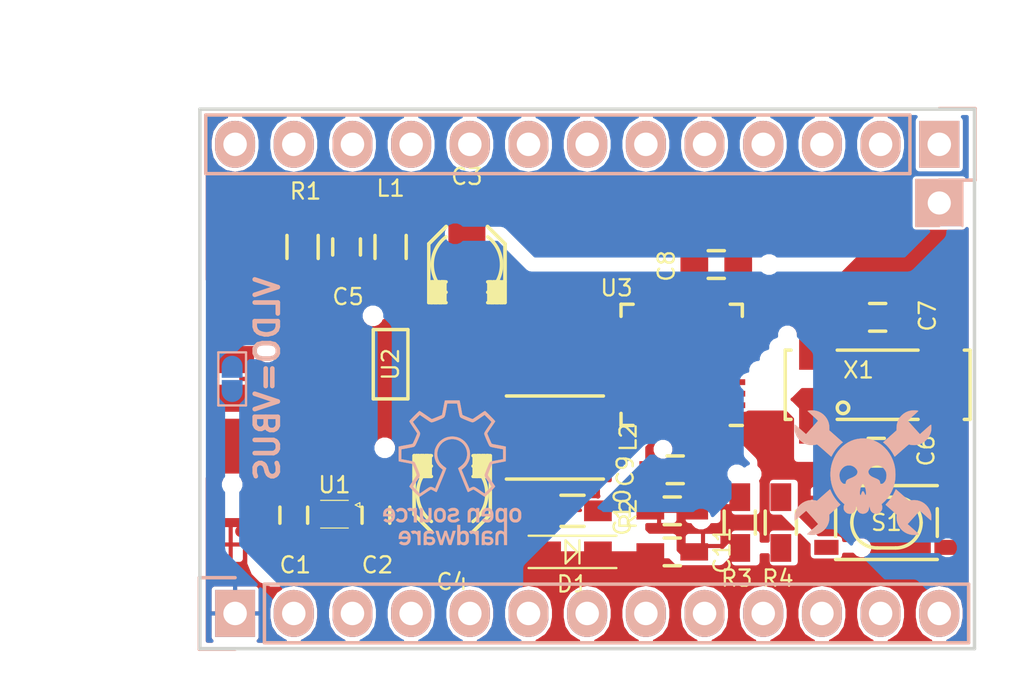
<source format=kicad_pcb>
(kicad_pcb (version 4) (host pcbnew 4.0.1-2.201512121406+6195~38~ubuntu15.10.1-stable)
  (layers (0 F.Cu signal) (31 B.Cu signal) (34 B.Paste user) (35 F.Paste user) (36 B.SilkS user hide) (37 F.SilkS user) (38 B.Mask user) (39 F.Mask user) (44 Edge.Cuts user))
  (net 0 "")
  (net 1 GND)
  (net 2 XIN32)
  (net 3 XOUT32)
  (net 4 !RESET)
  (net 5 "Net-(P1-Pad2)")
  (net 6 "Net-(P1-Pad3)")
  (net 7 PA28)
  (net 8 "Net-(R4-Pad2)")
  (net 9 PA02/A)
  (net 10 PA03/A)
  (net 11 PA04/A)
  (net 12 PA05/A)
  (net 13 PA06/A)
  (net 14 PA07/A)
  (net 15 PA08)
  (net 16 PA09)
  (net 17 PA10)
  (net 18 PA11)
  (net 19 PA14)
  (net 20 PA15)
  (net 21 PA16)
  (net 22 PA17)
  (net 23 PA18)
  (net 24 PA19)
  (net 25 PA22)
  (net 26 PA23)
  (net 27 PA27)
  (net 28 PA30/SWCLK)
  (net 29 PA31/SWDIO)
  (net 30 VDDF)
  (net 31 VDDANA)
  (net 32 VDD)
  (net 33 VBUS)
  (net 34 USB-D-)
  (net 35 USB-D+)
  (net 36 VLDO)
  (net 37 /shield)
  (net 38 /VDDCORE)
  (net 39 "Net-(D1-Pad2)")
  (module hack-footprints:OSHW-LOGO (layer B.Cu) (at 164.338 90.424 180)
    (fp_text reference G1 hide)
    (fp_text value OSHW hide)
  )
  (module hack-footprints:HACKADAY-LOGO (layer B.Cu) (at 182.118 90.424 180)
    (fp_text reference G2 hide)
    (fp_text value HACKADAY hide)
  )
  (module hack:C_0603_HandSoldering (layer F.Cu) (at 157.48 92.263 270)
    (fp_text reference C1 (at 2.159 -0.0635 360) (layer F.SilkS) (effects (font (size 0.7 0.7) (thickness 0.1))))
    (fp_text value 2.2u)
    (pad 1 smd rect (at -0.95 0 270) (size 1.2 0.75) (layers F.Cu F.Paste F.Mask) (net 36 VLDO))
    (pad 2 smd rect (at 0.95 0 270) (size 1.2 0.75) (layers F.Cu F.Paste F.Mask) (net 1 GND))
  )
  (module hack:C_0603_HandSoldering (layer F.Cu) (at 161.036 92.263 270)
    (fp_text reference C2 (at 2.159 -0.0635 360) (layer F.SilkS) (effects (font (size 0.7 0.7) (thickness 0.1))))
    (fp_text value 2.2u)
    (pad 1 smd rect (at -0.95 0 270) (size 1.2 0.75) (layers F.Cu F.Paste F.Mask) (net 32 VDD))
    (pad 2 smd rect (at 0.95 0 270) (size 1.2 0.75) (layers F.Cu F.Paste F.Mask) (net 1 GND))
  )
  (module hack:c_elec_3x5.3 (layer F.Cu) (at 164.973 81.407 180)
    (fp_text reference C3 (at 0 3.81 180) (layer F.SilkS) (effects (font (size 0.7 0.7) (thickness 0.1))))
    (fp_text value 10u)
    (pad 1 smd rect (at 0 1.50114 90) (size 2.19964 1.6002) (layers F.Cu F.Paste F.Mask) (net 31 VDDANA))
    (pad 2 smd rect (at 0 -1.50114 90) (size 2.19964 1.6002) (layers F.Cu F.Paste F.Mask) (net 1 GND))
  )
  (module hack:c_elec_3x5.3 (layer F.Cu) (at 164.338 91.33586)
    (fp_text reference C4 (at 0 3.81) (layer F.SilkS) (effects (font (size 0.7 0.7) (thickness 0.1))))
    (fp_text value 10u)
    (pad 1 smd rect (at 0 1.50114 270) (size 2.19964 1.6002) (layers F.Cu F.Paste F.Mask) (net 30 VDDF))
    (pad 2 smd rect (at 0 -1.50114 270) (size 2.19964 1.6002) (layers F.Cu F.Paste F.Mask) (net 1 GND))
  )
  (module hack:C_0603_HandSoldering (layer F.Cu) (at 159.766 80.645 270)
    (fp_text reference C5 (at 2.159 -0.0635 360) (layer F.SilkS) (effects (font (size 0.7 0.7) (thickness 0.1))))
    (fp_text value 4.5n)
    (pad 1 smd rect (at -0.95 0 270) (size 1.2 0.75) (layers F.Cu F.Paste F.Mask) (net 1 GND))
    (pad 2 smd rect (at 0.95 0 270) (size 1.2 0.75) (layers F.Cu F.Paste F.Mask) (net 37 /shield))
  )
  (module hack:C_0603_HandSoldering (layer F.Cu) (at 182.692 89.535)
    (fp_text reference C6 (at 2.159 -0.0635 90) (layer F.SilkS) (effects (font (size 0.7 0.7) (thickness 0.1))))
    (fp_text value 15p)
    (pad 1 smd rect (at -0.95 0) (size 1.2 0.75) (layers F.Cu F.Paste F.Mask) (net 2 XIN32))
    (pad 2 smd rect (at 0.95 0) (size 1.2 0.75) (layers F.Cu F.Paste F.Mask) (net 1 GND))
  )
  (module hack:C_0603_HandSoldering (layer F.Cu) (at 182.753 83.693)
    (fp_text reference C7 (at 2.159 -0.0635 90) (layer F.SilkS) (effects (font (size 0.7 0.7) (thickness 0.1))))
    (fp_text value 15p)
    (pad 1 smd rect (at -0.95 0) (size 1.2 0.75) (layers F.Cu F.Paste F.Mask) (net 3 XOUT32))
    (pad 2 smd rect (at 0.95 0) (size 1.2 0.75) (layers F.Cu F.Paste F.Mask) (net 1 GND))
  )
  (module hack:C_0603_HandSoldering (layer F.Cu) (at 175.768 81.407 180)
    (fp_text reference C8 (at 2.159 -0.0635 270) (layer F.SilkS) (effects (font (size 0.7 0.7) (thickness 0.1))))
    (fp_text value 100n)
    (pad 1 smd rect (at -0.95 0 180) (size 1.2 0.75) (layers F.Cu F.Paste F.Mask) (net 31 VDDANA))
    (pad 2 smd rect (at 0.95 0 180) (size 1.2 0.75) (layers F.Cu F.Paste F.Mask) (net 1 GND))
  )
  (module hack:C_0603_HandSoldering (layer F.Cu) (at 173.99 90.297 180)
    (fp_text reference C9 (at 2.159 -0.0635 270) (layer F.SilkS) (effects (font (size 0.7 0.7) (thickness 0.1))))
    (fp_text value 100n)
    (pad 1 smd rect (at -0.95 0 180) (size 1.2 0.75) (layers F.Cu F.Paste F.Mask) (net 38 /VDDCORE))
    (pad 2 smd rect (at 0.95 0 180) (size 1.2 0.75) (layers F.Cu F.Paste F.Mask) (net 1 GND))
  )
  (module hack:C_0603_HandSoldering (layer F.Cu) (at 173.863 92.075 180)
    (fp_text reference C10 (at 2.159 -0.0635 270) (layer F.SilkS) (effects (font (size 0.7 0.7) (thickness 0.1))))
    (fp_text value 100n)
    (pad 1 smd rect (at -0.95 0 180) (size 1.2 0.75) (layers F.Cu F.Paste F.Mask) (net 30 VDDF))
    (pad 2 smd rect (at 0.95 0 180) (size 1.2 0.75) (layers F.Cu F.Paste F.Mask) (net 1 GND))
  )
  (module hack:C_0603_HandSoldering (layer F.Cu) (at 173.863 93.853)
    (fp_text reference C11 (at 2.159 -0.0635 90) (layer F.SilkS) (effects (font (size 0.7 0.7) (thickness 0.1))))
    (fp_text value 100n)
    (pad 1 smd rect (at -0.95 0) (size 1.2 0.75) (layers F.Cu F.Paste F.Mask) (net 4 !RESET))
    (pad 2 smd rect (at 0.95 0) (size 1.2 0.75) (layers F.Cu F.Paste F.Mask) (net 1 GND))
  )
  (module hack:LED_0603_HandSoldering (layer F.Cu) (at 169.545 93.853)
    (fp_text reference D1 (at 0 1.397) (layer F.SilkS) (effects (font (size 0.7 0.7) (thickness 0.1))))
    (fp_text value BLUE)
    (pad 1 smd rect (at -1.1 0) (size 1.2 0.9) (layers F.Cu F.Paste F.Mask) (net 1 GND))
    (pad 2 smd rect (at 1.1 0) (size 1.2 0.9) (layers F.Cu F.Paste F.Mask) (net 39 "Net-(D1-Pad2)"))
  )
  (module hack:FIDUCIAL (layer F.Cu) (at 155.194 92.964)
    (fp_text reference FID1 hide)
    (fp_text value FIDUCIAL)
    (pad 1 smd circle (at 0 0) (size 0.5 0.5) (layers F.Cu F.Paste F.Mask) (clearance 1))
  )
  (module hack:FIDUCIAL (layer F.Cu) (at 155.194 79.756)
    (fp_text reference FID2 hide)
    (fp_text value FIDUCIAL)
    (pad 1 smd circle (at 0 0) (size 0.5 0.5) (layers F.Cu F.Paste F.Mask) (clearance 1))
  )
  (module hack:FIDUCIAL (layer F.Cu) (at 182.753 78.867)
    (fp_text reference FID3 hide)
    (fp_text value FIDUCIAL)
    (pad 1 smd circle (at 0 0) (size 0.5 0.5) (layers F.Cu F.Paste F.Mask) (clearance 1))
  )
  (module hack:SMD_Jumper (layer B.Cu) (at 154.813 86.36 270)
    (fp_text reference JP1 hide)
    (fp_text value Jumper_NO_Small)
    (pad 2 smd circle (at 0.55 0 270) (size 0.9 0.9) (layers B.Cu B.Paste B.Mask) (net 36 VLDO))
    (pad 1 smd rect (at -0.3 0 270) (size 0.5 0.9) (layers B.Cu B.Paste B.Mask) (net 33 VBUS))
    (pad 2 smd rect (at 0.3 0 270) (size 0.5 0.9) (layers B.Cu B.Paste B.Mask) (net 36 VLDO))
    (pad 1 smd circle (at -0.55 0 270) (size 0.9 0.9) (layers B.Cu B.Paste B.Mask) (net 33 VBUS))
  )
  (module hack:L_0603_HandSoldering (layer F.Cu) (at 161.671 80.645 90)
    (fp_text reference L1 (at 2.54 0 360) (layer F.SilkS) (effects (font (size 0.7 0.7) (thickness 0.1))))
    (fp_text value BLM18EG221)
    (pad 1 smd rect (at -1.1 0 90) (size 1.2 0.9) (layers F.Cu F.Paste F.Mask) (net 32 VDD))
    (pad 2 smd rect (at 1.1 0 90) (size 1.2 0.9) (layers F.Cu F.Paste F.Mask) (net 31 VDDANA))
  )
  (module hack:ELLVFG (layer F.Cu) (at 168.783 88.9)
    (fp_text reference L2 (at 3.175 0 90) (layer F.SilkS) (effects (font (size 0.7 0.7) (thickness 0.1))))
    (fp_text value 10u hide)
    (pad 1 smd trapezoid (at -1.2 0) (size 1.8 3.2) (layers F.Cu F.Paste F.Mask) (net 32 VDD))
    (pad 2 smd trapezoid (at 1.2 0) (size 1.8 3.2) (layers F.Cu F.Paste F.Mask) (net 30 VDDF))
  )
  (module hack:47346-0001 (layer F.Cu) (at 154.813 86.36)
    (fp_text reference P1 hide)
    (fp_text value USB_micro hide)
    (pad 5 smd rect (at 2.91 1.3) (size 1.88 0.45) (layers F.Cu F.Paste F.Mask) (net 1 GND))
    (pad 4 smd rect (at 2.91 0.65) (size 1.88 0.45) (layers F.Cu F.Paste F.Mask))
    (pad 1 smd rect (at 2.91 -1.3) (size 1.88 0.45) (layers F.Cu F.Paste F.Mask) (net 33 VBUS))
    (pad 2 smd rect (at 2.91 -0.65) (size 1.88 0.45) (layers F.Cu F.Paste F.Mask) (net 5 "Net-(P1-Pad2)"))
    (pad 3 smd rect (at 2.91 0) (size 1.88 0.45) (layers F.Cu F.Paste F.Mask) (net 6 "Net-(P1-Pad3)"))
    (pad 6 smd rect (at 2.3 2.4625) (size 2.1 1.475) (layers F.Cu F.Paste F.Mask) (net 37 /shield))
    (pad 6 smd rect (at 2.3 -2.4625) (size 2.1 1.475) (layers F.Cu F.Paste F.Mask) (net 37 /shield))
    (pad 6 smd rect (at 0 2.9125) (size 1.9 2.375) (layers F.Cu F.Paste F.Mask) (net 37 /shield))
    (pad 6 smd rect (at 0 -2.9125) (size 1.9 2.375) (layers F.Cu F.Paste F.Mask) (net 37 /shield))
    (pad 6 smd rect (at 0 -0.8375) (size 1.9 1.175) (layers F.Cu F.Paste F.Mask) (net 37 /shield))
    (pad 6 smd rect (at 0 0.8375) (size 1.9 1.175) (layers F.Cu F.Paste F.Mask) (net 37 /shield))
  )
  (module hack:Pin_Header_Straight_1x13 (layer B.Cu) (at 154.94 96.52 270)
    (fp_text reference P2 hide)
    (fp_text value CONN_01X13)
    (pad 1 thru_hole rect (at 0 0 270) (size 2.032 1.7272) (drill 1.016) (layers *.Cu *.Mask B.SilkS) (net 1 GND))
    (pad 2 thru_hole oval (at 0 -2.54 270) (size 2.032 1.7272) (drill 1.016) (layers *.Cu *.Mask B.SilkS) (net 36 VLDO))
    (pad 3 thru_hole oval (at 0 -5.08 270) (size 2.032 1.7272) (drill 1.016) (layers *.Cu *.Mask B.SilkS) (net 30 VDDF))
    (pad 4 thru_hole oval (at 0 -7.62 270) (size 2.032 1.7272) (drill 1.016) (layers *.Cu *.Mask B.SilkS) (net 22 PA17))
    (pad 5 thru_hole oval (at 0 -10.16 270) (size 2.032 1.7272) (drill 1.016) (layers *.Cu *.Mask B.SilkS) (net 23 PA18))
    (pad 6 thru_hole oval (at 0 -12.7 270) (size 2.032 1.7272) (drill 1.016) (layers *.Cu *.Mask B.SilkS) (net 24 PA19))
    (pad 7 thru_hole oval (at 0 -15.24 270) (size 2.032 1.7272) (drill 1.016) (layers *.Cu *.Mask B.SilkS) (net 25 PA22))
    (pad 8 thru_hole oval (at 0 -17.78 270) (size 2.032 1.7272) (drill 1.016) (layers *.Cu *.Mask B.SilkS) (net 26 PA23))
    (pad 9 thru_hole oval (at 0 -20.32 270) (size 2.032 1.7272) (drill 1.016) (layers *.Cu *.Mask B.SilkS) (net 27 PA27))
    (pad 10 thru_hole oval (at 0 -22.86 270) (size 2.032 1.7272) (drill 1.016) (layers *.Cu *.Mask B.SilkS) (net 4 !RESET))
    (pad 11 thru_hole oval (at 0 -25.4 270) (size 2.032 1.7272) (drill 1.016) (layers *.Cu *.Mask B.SilkS) (net 7 PA28))
    (pad 12 thru_hole oval (at 0 -27.94 270) (size 2.032 1.7272) (drill 1.016) (layers *.Cu *.Mask B.SilkS) (net 28 PA30/SWCLK))
    (pad 13 thru_hole oval (at 0 -30.48 270) (size 2.032 1.7272) (drill 1.016) (layers *.Cu *.Mask B.SilkS) (net 29 PA31/SWDIO))
  )
  (module hack:Pin_Header_Straight_1x13 (layer B.Cu) (at 185.42 76.2 90)
    (fp_text reference P3 hide)
    (fp_text value CONN_01X13)
    (pad 1 thru_hole rect (at 0 0 90) (size 2.032 1.7272) (drill 1.016) (layers *.Cu *.Mask B.SilkS) (net 9 PA02/A))
    (pad 2 thru_hole oval (at 0 -2.54 90) (size 2.032 1.7272) (drill 1.016) (layers *.Cu *.Mask B.SilkS) (net 10 PA03/A))
    (pad 3 thru_hole oval (at 0 -5.08 90) (size 2.032 1.7272) (drill 1.016) (layers *.Cu *.Mask B.SilkS) (net 11 PA04/A))
    (pad 4 thru_hole oval (at 0 -7.62 90) (size 2.032 1.7272) (drill 1.016) (layers *.Cu *.Mask B.SilkS) (net 12 PA05/A))
    (pad 5 thru_hole oval (at 0 -10.16 90) (size 2.032 1.7272) (drill 1.016) (layers *.Cu *.Mask B.SilkS) (net 13 PA06/A))
    (pad 6 thru_hole oval (at 0 -12.7 90) (size 2.032 1.7272) (drill 1.016) (layers *.Cu *.Mask B.SilkS) (net 14 PA07/A))
    (pad 7 thru_hole oval (at 0 -15.24 90) (size 2.032 1.7272) (drill 1.016) (layers *.Cu *.Mask B.SilkS) (net 15 PA08))
    (pad 8 thru_hole oval (at 0 -17.78 90) (size 2.032 1.7272) (drill 1.016) (layers *.Cu *.Mask B.SilkS) (net 16 PA09))
    (pad 9 thru_hole oval (at 0 -20.32 90) (size 2.032 1.7272) (drill 1.016) (layers *.Cu *.Mask B.SilkS) (net 17 PA10))
    (pad 10 thru_hole oval (at 0 -22.86 90) (size 2.032 1.7272) (drill 1.016) (layers *.Cu *.Mask B.SilkS) (net 18 PA11))
    (pad 11 thru_hole oval (at 0 -25.4 90) (size 2.032 1.7272) (drill 1.016) (layers *.Cu *.Mask B.SilkS) (net 19 PA14))
    (pad 12 thru_hole oval (at 0 -27.94 90) (size 2.032 1.7272) (drill 1.016) (layers *.Cu *.Mask B.SilkS) (net 20 PA15))
    (pad 13 thru_hole oval (at 0 -30.48 90) (size 2.032 1.7272) (drill 1.016) (layers *.Cu *.Mask B.SilkS) (net 21 PA16))
  )
  (module hack:Pin_Header_Straight_1x01 (layer B.Cu) (at 185.42 78.74 270)
    (fp_text reference P4 hide)
    (fp_text value CONN_01X01)
    (pad 1 thru_hole rect (at 0 0 270) (size 2 2) (drill 1) (layers *.Cu *.Mask B.SilkS) (net 31 VDDANA))
  )
  (module hack:R_0603_HandSoldering (layer F.Cu) (at 157.861 80.645 270)
    (fp_text reference R1 (at -2.413 -0.127 360) (layer F.SilkS) (effects (font (size 0.7 0.7) (thickness 0.1))))
    (fp_text value 1M)
    (pad 1 smd rect (at -1.1 0 270) (size 1.2 0.9) (layers F.Cu F.Paste F.Mask) (net 1 GND))
    (pad 2 smd rect (at 1.1 0 270) (size 1.2 0.9) (layers F.Cu F.Paste F.Mask) (net 37 /shield))
  )
  (module hack:R_0603_HandSoldering (layer F.Cu) (at 169.545 92.075 180)
    (fp_text reference R2 (at -2.413 -0.127 270) (layer F.SilkS) (effects (font (size 0.7 0.7) (thickness 0.1))))
    (fp_text value 68)
    (pad 1 smd rect (at -1.1 0 180) (size 1.2 0.9) (layers F.Cu F.Paste F.Mask) (net 27 PA27))
    (pad 2 smd rect (at 1.1 0 180) (size 1.2 0.9) (layers F.Cu F.Paste F.Mask) (net 39 "Net-(D1-Pad2)"))
  )
  (module hack:R_0603_HandSoldering (layer F.Cu) (at 176.784 92.583 90)
    (fp_text reference R3 (at -2.413 -0.127 180) (layer F.SilkS) (effects (font (size 0.7 0.7) (thickness 0.1))))
    (fp_text value 10k)
    (pad 1 smd rect (at -1.1 0 90) (size 1.2 0.9) (layers F.Cu F.Paste F.Mask) (net 4 !RESET))
    (pad 2 smd rect (at 1.1 0 90) (size 1.2 0.9) (layers F.Cu F.Paste F.Mask) (net 30 VDDF))
  )
  (module hack:R_0603_HandSoldering (layer F.Cu) (at 178.562 92.583 90)
    (fp_text reference R4 (at -2.413 -0.127 180) (layer F.SilkS) (effects (font (size 0.7 0.7) (thickness 0.1))))
    (fp_text value 330)
    (pad 1 smd rect (at -1.1 0 90) (size 1.2 0.9) (layers F.Cu F.Paste F.Mask) (net 4 !RESET))
    (pad 2 smd rect (at 1.1 0 90) (size 1.2 0.9) (layers F.Cu F.Paste F.Mask) (net 8 "Net-(R4-Pad2)"))
  )
  (module hack:SPST (layer F.Cu) (at 183.134 92.583 270)
    (fp_text reference S1 (at 0 0 360) (layer F.SilkS) (effects (font (size 0.7 0.7) (thickness 0.1))))
    (fp_text value RST)
    (pad 1 smd rect (at -1.075 -2.6) (size 1.05 0.65) (layers F.Cu F.Paste F.Mask) (net 1 GND) (clearance 0.0762))
    (pad 1 smd rect (at -1.075 2.6) (size 1.05 0.65) (layers F.Cu F.Paste F.Mask) (net 1 GND) (clearance 0.0762))
    (pad 2 smd rect (at 1.075 2.6) (size 1.05 0.65) (layers F.Cu F.Paste F.Mask) (net 8 "Net-(R4-Pad2)") (clearance 0.0762))
    (pad 2 smd rect (at 1.075 -2.6) (size 1.05 0.65) (layers F.Cu F.Paste F.Mask) (net 8 "Net-(R4-Pad2)") (clearance 0.0762))
  )
  (module hack:DFN-6-1EP_1.2x1.2mm_Pitch0.4mm (layer F.Cu) (at 159.241 92.221 90)
    (fp_text reference U1 (at 1.27 0 360) (layer F.SilkS) (effects (font (size 0.7 0.7) (thickness 0.1))))
    (fp_text value MIC5528)
    (pad 3 smd rect (at -0.4 0.525 180) (size 0.35 0.18) (layers F.Cu F.Paste F.Mask) (net 1 GND) (clearance 0.0762))
    (pad 2 smd rect (at 0 0.525 180) (size 0.35 0.18) (layers F.Cu F.Paste F.Mask) (net 32 VDD) (clearance 0.0762))
    (pad 1 smd rect (at 0.4 0.525 180) (size 0.35 0.18) (layers F.Cu F.Paste F.Mask) (net 32 VDD) (clearance 0.0762))
    (pad 6 smd rect (at 0.4 -0.525 180) (size 0.35 0.18) (layers F.Cu F.Paste F.Mask) (net 36 VLDO) (clearance 0.0762))
    (pad 5 smd rect (at 0 -0.525 180) (size 0.35 0.18) (layers F.Cu F.Paste F.Mask) (clearance 0.0762))
    (pad 4 smd rect (at -0.4 -0.525 180) (size 0.35 0.18) (layers F.Cu F.Paste F.Mask) (clearance 0.0762))
    (pad 7 smd rect (at 0 0 180) (size 0.3 1.5) (layers F.Cu F.Paste F.Mask) (net 1 GND) (clearance 0.0762))
  )
  (module hack:TSOP-6 (layer F.Cu) (at 161.671 85.725 270)
    (fp_text reference U2 (at 0 0 270) (layer F.SilkS) (effects (font (size 0.7 0.7) (thickness 0.1))))
    (fp_text value STF202 hide)
    (pad 6 smd rect (at -0.95 -1.75 270) (size 0.6 1.25) (layers F.Cu F.Paste F.Mask) (net 1 GND))
    (pad 5 smd rect (at 0 -1.75 270) (size 0.6 1.25) (layers F.Cu F.Paste F.Mask) (net 34 USB-D-))
    (pad 4 smd rect (at 0.95 -1.75 270) (size 0.6 1.25) (layers F.Cu F.Paste F.Mask) (net 35 USB-D+))
    (pad 3 smd rect (at 0.95 1.75 270) (size 0.6 1.25) (layers F.Cu F.Paste F.Mask) (net 6 "Net-(P1-Pad3)"))
    (pad 2 smd rect (at 0 1.75 270) (size 0.6 1.25) (layers F.Cu F.Paste F.Mask) (net 5 "Net-(P1-Pad2)"))
    (pad 1 smd rect (at -0.95 1.75 270) (size 0.6 1.25) (layers F.Cu F.Paste F.Mask) (net 33 VBUS))
  )
  (module hack:QFN-32-1EP_5x5mm_Pitch0.5mm (layer F.Cu) (at 174.2705 85.7515 180)
    (fp_text reference U3 (at 2.8205 3.3285 180) (layer F.SilkS) (effects (font (size 0.7 0.7) (thickness 0.1))))
    (fp_text value ATSAMD21E)
    (pad 1 smd rect (at -2.4 -1.75 180) (size 0.7 0.25) (layers F.Cu F.Paste F.Mask) (net 2 XIN32))
    (pad 2 smd rect (at -2.4 -1.25 180) (size 0.7 0.25) (layers F.Cu F.Paste F.Mask) (net 3 XOUT32))
    (pad 3 smd rect (at -2.4 -0.75 180) (size 0.7 0.25) (layers F.Cu F.Paste F.Mask) (net 9 PA02/A))
    (pad 4 smd rect (at -2.4 -0.25 180) (size 0.7 0.25) (layers F.Cu F.Paste F.Mask) (net 10 PA03/A))
    (pad 5 smd rect (at -2.4 0.25 180) (size 0.7 0.25) (layers F.Cu F.Paste F.Mask) (net 11 PA04/A))
    (pad 6 smd rect (at -2.4 0.75 180) (size 0.7 0.25) (layers F.Cu F.Paste F.Mask) (net 12 PA05/A))
    (pad 7 smd rect (at -2.4 1.25 180) (size 0.7 0.25) (layers F.Cu F.Paste F.Mask) (net 13 PA06/A))
    (pad 8 smd rect (at -2.4 1.75 180) (size 0.7 0.25) (layers F.Cu F.Paste F.Mask) (net 14 PA07/A))
    (pad 9 smd rect (at -1.75 2.4 270) (size 0.7 0.25) (layers F.Cu F.Paste F.Mask) (net 31 VDDANA))
    (pad 10 smd rect (at -1.25 2.4 270) (size 0.7 0.25) (layers F.Cu F.Paste F.Mask) (net 1 GND))
    (pad 11 smd rect (at -0.75 2.4 270) (size 0.7 0.25) (layers F.Cu F.Paste F.Mask) (net 15 PA08))
    (pad 12 smd rect (at -0.25 2.4 270) (size 0.7 0.25) (layers F.Cu F.Paste F.Mask) (net 16 PA09))
    (pad 13 smd rect (at 0.25 2.4 270) (size 0.7 0.25) (layers F.Cu F.Paste F.Mask) (net 17 PA10))
    (pad 14 smd rect (at 0.75 2.4 270) (size 0.7 0.25) (layers F.Cu F.Paste F.Mask) (net 18 PA11))
    (pad 15 smd rect (at 1.25 2.4 270) (size 0.7 0.25) (layers F.Cu F.Paste F.Mask) (net 19 PA14))
    (pad 16 smd rect (at 1.75 2.4 270) (size 0.7 0.25) (layers F.Cu F.Paste F.Mask) (net 20 PA15))
    (pad 17 smd rect (at 2.4 1.75 180) (size 0.7 0.25) (layers F.Cu F.Paste F.Mask) (net 21 PA16))
    (pad 18 smd rect (at 2.4 1.25 180) (size 0.7 0.25) (layers F.Cu F.Paste F.Mask) (net 22 PA17))
    (pad 19 smd rect (at 2.4 0.75 180) (size 0.7 0.25) (layers F.Cu F.Paste F.Mask) (net 23 PA18))
    (pad 20 smd rect (at 2.4 0.25 180) (size 0.7 0.25) (layers F.Cu F.Paste F.Mask) (net 24 PA19))
    (pad 21 smd rect (at 2.4 -0.25 180) (size 0.7 0.25) (layers F.Cu F.Paste F.Mask) (net 25 PA22))
    (pad 22 smd rect (at 2.4 -0.75 180) (size 0.7 0.25) (layers F.Cu F.Paste F.Mask) (net 26 PA23))
    (pad 23 smd rect (at 2.4 -1.25 180) (size 0.7 0.25) (layers F.Cu F.Paste F.Mask) (net 34 USB-D-))
    (pad 24 smd rect (at 2.4 -1.75 180) (size 0.7 0.25) (layers F.Cu F.Paste F.Mask) (net 35 USB-D+))
    (pad 25 smd rect (at 1.75 -2.4 270) (size 0.7 0.25) (layers F.Cu F.Paste F.Mask) (net 27 PA27))
    (pad 26 smd rect (at 1.25 -2.4 270) (size 0.7 0.25) (layers F.Cu F.Paste F.Mask) (net 4 !RESET))
    (pad 27 smd rect (at 0.75 -2.4 270) (size 0.7 0.25) (layers F.Cu F.Paste F.Mask) (net 7 PA28))
    (pad 28 smd rect (at 0.25 -2.4 270) (size 0.7 0.25) (layers F.Cu F.Paste F.Mask) (net 1 GND))
    (pad 29 smd rect (at -0.25 -2.4 270) (size 0.7 0.25) (layers F.Cu F.Paste F.Mask) (net 38 /VDDCORE))
    (pad 30 smd rect (at -0.75 -2.4 270) (size 0.7 0.25) (layers F.Cu F.Paste F.Mask) (net 30 VDDF))
    (pad 31 smd rect (at -1.25 -2.4 270) (size 0.7 0.25) (layers F.Cu F.Paste F.Mask) (net 28 PA30/SWCLK))
    (pad 32 smd rect (at -1.75 -2.4 270) (size 0.7 0.25) (layers F.Cu F.Paste F.Mask) (net 29 PA31/SWDIO))
    (pad 33 smd rect (at 0.8625 0.8625 180) (size 1.725 1.725) (layers F.Cu F.Paste F.Mask) (net 1 GND))
    (pad 33 smd rect (at 0.8625 -0.8625 180) (size 1.725 1.725) (layers F.Cu F.Paste F.Mask) (net 1 GND))
    (pad 33 smd rect (at -0.8625 0.8625 180) (size 1.725 1.725) (layers F.Cu F.Paste F.Mask) (net 1 GND))
    (pad 33 smd rect (at -0.8625 -0.8625 180) (size 1.725 1.725) (layers F.Cu F.Paste F.Mask) (net 1 GND))
  )
  (module hack:MC-306 (layer F.Cu) (at 182.753 86.614)
    (fp_text reference X1 (at -0.828 -0.635) (layer F.SilkS) (effects (font (size 0.7 0.7) (thickness 0.1))))
    (fp_text value MC-306 hide)
    (pad 4 smd rect (at -2.75 -1.6) (size 1.3 1.9) (layers F.Cu F.Paste F.Mask) (net 3 XOUT32))
    (pad 3 smd rect (at 2.75 -1.6) (size 1.3 1.9) (layers F.Cu F.Paste F.Mask) (net 1 GND))
    (pad 2 smd rect (at 2.75 1.6) (size 1.3 1.9) (layers F.Cu F.Paste F.Mask) (net 1 GND))
    (pad 1 smd rect (at -2.75 1.6) (size 1.3 1.9) (layers F.Cu F.Paste F.Mask) (net 2 XIN32))
  )
  (gr_line (start 153.416 98.044) (end 153.416 74.676) (layer Edge.Cuts) (width 0.15))
  (gr_line (start 186.944 98.044) (end 153.416 98.044) (layer Edge.Cuts) (width 0.15))
  (gr_line (start 186.944 74.676) (end 186.944 98.044) (layer Edge.Cuts) (width 0.15))
  (gr_line (start 153.416 74.676) (end 186.944 74.676) (layer Edge.Cuts) (width 0.15))
  (gr_text VLDO=VBUS (at 156.337 86.36 90) (layer B.SilkS) (effects (font (size 1 1) (thickness 0.2)) (justify mirror)))
  (zone (net 1) (net_name GND) (layer F.Cu) (connect_pads (clearance 0.1524)) (min_thickness 0.1524) (fill yes (arc_segments 16) (thermal_gap 0.1524) (thermal_bridge_width 0.1778))
    (polygon (pts (xy 153.67 74.93) (xy 186.69 74.93) (xy 186.69 97.79) (xy 153.67 97.79)))
  )
  (zone (net 1) (net_name GND) (layer B.Cu) (connect_pads (clearance 0.1524)) (min_thickness 0.1524) (fill yes (arc_segments 16) (thermal_gap 0.1524) (thermal_bridge_width 0.1778))
    (polygon (pts (xy 153.675367 74.93) (xy 186.695367 74.93) (xy 186.695367 97.79) (xy 153.675367 97.79)))
  )
  (zone (net 0) (net_name "") (layer F.Cu) (connect_pads (clearance 0.1524)) (min_thickness 0.254)
    (keepout (tracks allowed) (vias allowed) (copperpour not_allowed))
    (fill yes (arc_segments 16) (thermal_gap 0.508) (thermal_bridge_width 0.508))
    (polygon (pts (xy 175.7045 81.3435) (xy 179.07 77.978) (xy 181.61 77.978) (xy 181.61 80.0735) (xy 181.5465 80.645) (xy 178.4985 83.693) (xy 176.3395 83.693) (xy 176.3395 82.8675) (xy 175.7045 82.8675) (xy 175.26 82.8675) (xy 175.26 81.788)))
  )
)
</source>
